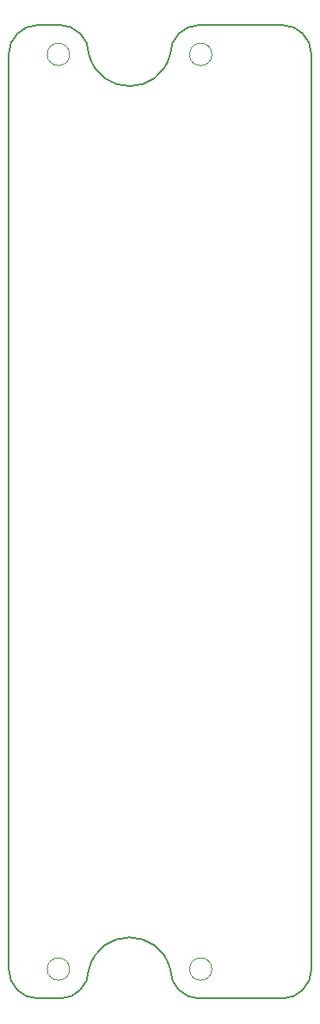
<source format=gbr>
%TF.GenerationSoftware,KiCad,Pcbnew,8.0.6-8.0.6-0~ubuntu24.04.1*%
%TF.CreationDate,2024-12-11T21:49:02+03:00*%
%TF.ProjectId,PM-LED8,504d2d4c-4544-4382-9e6b-696361645f70,rev?*%
%TF.SameCoordinates,Original*%
%TF.FileFunction,Profile,NP*%
%FSLAX46Y46*%
G04 Gerber Fmt 4.6, Leading zero omitted, Abs format (unit mm)*
G04 Created by KiCad (PCBNEW 8.0.6-8.0.6-0~ubuntu24.04.1) date 2024-12-11 21:49:02*
%MOMM*%
%LPD*%
G01*
G04 APERTURE LIST*
%TA.AperFunction,Profile*%
%ADD10C,0.200000*%
%TD*%
%TA.AperFunction,Profile*%
%ADD11C,0.050000*%
%TD*%
G04 APERTURE END LIST*
D10*
X14900000Y-45000000D02*
X14900000Y45000000D01*
X-14900000Y45000000D02*
G75*
G02*
X-12000000Y47900000I2900000J0D01*
G01*
X-6999999Y-45000000D02*
G75*
G02*
X999999Y-45000000I3999999J-1000000D01*
G01*
X14900000Y-45000000D02*
G75*
G02*
X12000000Y-47900000I-2900000J0D01*
G01*
X-9900000Y47900000D02*
G75*
G02*
X-7000000Y45000000I0J-2900000D01*
G01*
X-12000000Y-47900000D02*
X-9900000Y-47900000D01*
X-7000000Y-45000000D02*
G75*
G02*
X-9900000Y-47900000I-2900000J0D01*
G01*
X999999Y45000000D02*
G75*
G02*
X-6999999Y45000000I-3999999J1000000D01*
G01*
X-14900000Y45000000D02*
X-14900000Y-45000000D01*
X-12000000Y-47900000D02*
G75*
G02*
X-14900000Y-45000000I0J2900000D01*
G01*
X3900000Y-47900000D02*
X12000000Y-47900000D01*
X3900000Y47900000D02*
X12000000Y47900000D01*
X12000000Y47900000D02*
G75*
G02*
X14900000Y45000000I0J-2900000D01*
G01*
X-12000000Y47900000D02*
X-9900000Y47900000D01*
X1000000Y45000000D02*
G75*
G02*
X3900000Y47900000I2900000J0D01*
G01*
X3900000Y-47900000D02*
G75*
G02*
X1000000Y-45000000I0J2900000D01*
G01*
D11*
%TO.C,H4*%
X-8900000Y-45000000D02*
G75*
G02*
X-11100000Y-45000000I-1100000J0D01*
G01*
X-11100000Y-45000000D02*
G75*
G02*
X-8900000Y-45000000I1100000J0D01*
G01*
%TO.C,H3*%
X5100000Y-45000000D02*
G75*
G02*
X2900000Y-45000000I-1100000J0D01*
G01*
X2900000Y-45000000D02*
G75*
G02*
X5100000Y-45000000I1100000J0D01*
G01*
%TO.C,H2*%
X-8900000Y45000000D02*
G75*
G02*
X-11100000Y45000000I-1100000J0D01*
G01*
X-11100000Y45000000D02*
G75*
G02*
X-8900000Y45000000I1100000J0D01*
G01*
%TO.C,H1*%
X5100000Y45000000D02*
G75*
G02*
X2900000Y45000000I-1100000J0D01*
G01*
X2900000Y45000000D02*
G75*
G02*
X5100000Y45000000I1100000J0D01*
G01*
%TD*%
M02*

</source>
